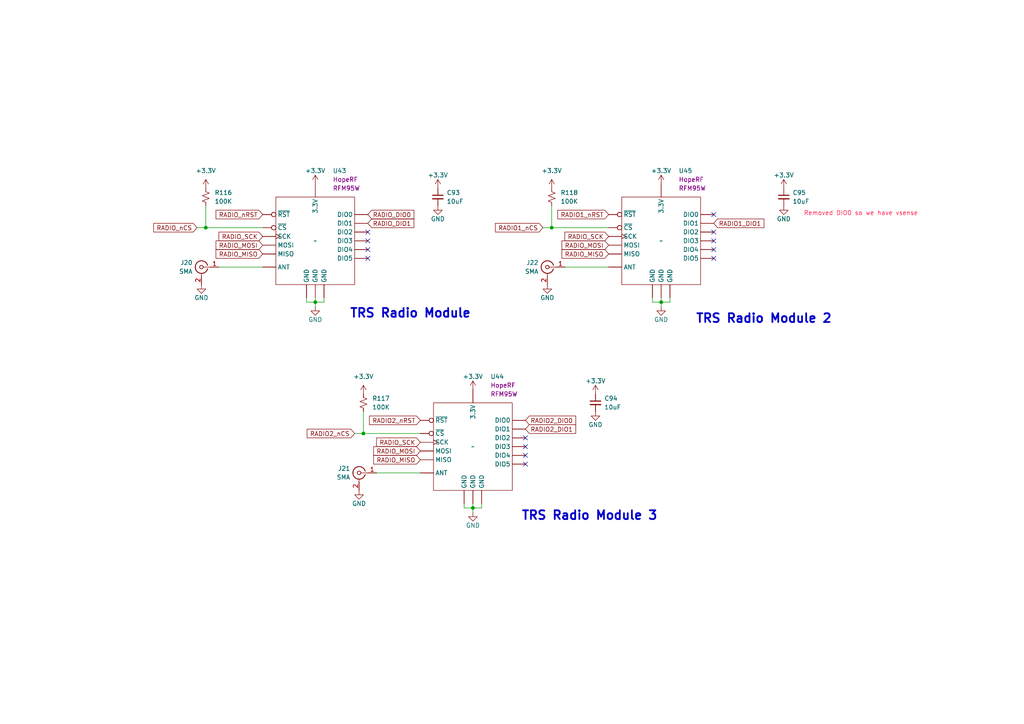
<source format=kicad_sch>
(kicad_sch (version 20231120) (generator "eeschema") (generator_version "8.0")
  (paper "A4")
  (lib_symbols
    (symbol "Connector:Conn_Coaxial" (pin_names (offset 1.016) hide)
      (property "Reference" "J" (at 0.254 3.048 0))
      (property "Value" "Conn_Coaxial" (at 2.921 0 90))
      (symbol "Conn_Coaxial_0_1"
        (arc (start -1.778 -0.508) (mid 0.2311 -1.8066) (end 1.778 0) (stroke (width 0.254)))
        (polyline (pts (xy -2.54 0) (xy -0.508 0)))
        (polyline (pts (xy 0 -2.54) (xy 0 -1.778)))
        (circle (center 0 0) (radius 0.508) (stroke (width 0.2032)))
        (arc (start 1.778 0) (mid 0.2099 1.8101) (end -1.778 0.508) (stroke (width 0.254)))
      )
      (symbol "Conn_Coaxial_1_1"
        (pin passive line (at -5.08 0 0) (length 2.54) (name "In") (number "1"))
        (pin passive line (at 0 -5.08 90) (length 2.54) (name "Ext") (number "2"))
      )
    )
    (symbol "Device:C_Small" (pin_numbers hide) (pin_names (offset 0.254) hide)
      (property "Reference" "C" (at 0.254 1.778 0))
      (property "Value" "C_Small" (at 0.254 -2.032 0))
      (symbol "C_Small_0_1"
        (polyline (pts (xy -1.524 -0.508) (xy 1.524 -0.508)) (stroke (width 0.3302)))
        (polyline (pts (xy -1.524 0.508) (xy 1.524 0.508)) (stroke (width 0.3048)))
      )
      (symbol "C_Small_1_1"
        (pin passive line (at 0 2.54 270) (length 2.032) (name "~") (number "1"))
        (pin passive line (at 0 -2.54 90) (length 2.032) (name "~") (number "2"))
      )
    )
    (symbol "Device:R_Small_US" (pin_numbers hide) (pin_names (offset 0.254) hide)
      (property "Reference" "R" (at 0.762 0.508 0))
      (property "Value" "R_Small_US" (at 0.762 -1.016 0))
      (symbol "R_Small_US_1_1"
        (polyline (pts (xy 0 0) (xy 1.016 -0.381) (xy 0 -0.762) (xy -1.016 -1.143) (xy 0 -1.524)))
        (polyline (pts (xy 0 1.524) (xy 1.016 1.143) (xy 0 0.762) (xy -1.016 0.381) (xy 0 0)))
        (pin passive line (at 0 2.54 270) (length 1.016) (name "~") (number "1"))
        (pin passive line (at 0 -2.54 90) (length 1.016) (name "~") (number "2"))
      )
    )
    (symbol "UCIRP-KiCAD-Lib:RFM95W" (pin_numbers hide)
      (property "Reference" "U2" (at 2.54 20.32 0))
      (property "Value" "~" (at 0 0 0))
      (property "Manufacturer" "HopeRF" (at 2.54 17.78 0))
      (property "Part #" "RFM95W" (at 2.54 15.24 0))
      (symbol "RFM95W_0_1"
        (rectangle (start -11.43 12.7) (end 11.43 -12.7))
      )
      (symbol "RFM95W_1_1"
        (pin power_in line (at -2.54 -16.51 90) (length 3.81) (name "GND") (number "1"))
        (pin power_in line (at 2.54 -16.51 90) (length 3.81) (name "GND") (number "10"))
        (pin bidirectional line (at 15.24 0 180) (length 3.81) (name "DIO3") (number "11"))
        (pin bidirectional line (at 15.24 -2.54 180) (length 3.81) (name "DIO4") (number "12"))
        (pin power_in line (at 0 16.51 270) (length 3.81) (name "3.3V") (number "13"))
        (pin bidirectional line (at 15.24 7.62 180) (length 3.81) (name "DIO0") (number "14"))
        (pin bidirectional line (at 15.24 5.08 180) (length 3.81) (name "DIO1") (number "15"))
        (pin bidirectional line (at 15.24 2.54 180) (length 3.81) (name "DIO2") (number "16"))
        (pin output line (at -15.24 -3.81 0) (length 3.81) (name "MISO") (number "2"))
        (pin input line (at -15.24 -1.27 0) (length 3.81) (name "MOSI") (number "3"))
        (pin input clock (at -15.24 1.27 0) (length 3.81) (name "SCK") (number "4"))
        (pin input inverted (at -15.24 3.81 0) (length 3.81) (name "~{CS}") (number "5"))
        (pin input inverted (at -15.24 7.62 0) (length 3.81) (name "~{RST}") (number "6"))
        (pin bidirectional line (at 15.24 -5.08 180) (length 3.81) (name "DIO5") (number "7"))
        (pin power_in line (at 0 -16.51 90) (length 3.81) (name "GND") (number "8"))
        (pin bidirectional line (at -15.24 -7.62 0) (length 3.81) (name "ANT") (number "9"))
      )
    )
    (symbol "power:+3.3V" (power) (pin_names (offset 0))
      (property "Value" "+3.3V" (at 0 3.556 0))
      (symbol "+3.3V_0_1"
        (polyline (pts (xy -0.762 1.27) (xy 0 2.54)))
        (polyline (pts (xy 0 0) (xy 0 2.54)))
        (polyline (pts (xy 0 2.54) (xy 0.762 1.27)))
      )
      (symbol "+3.3V_1_1"
        (pin power_in line (at 0 0 90) (length 0) hide (name "+3.3V") (number "1"))
      )
    )
    (symbol "power:GND" (power) (pin_names (offset 0))
      (property "Value" "GND" (at 0 -3.81 0))
      (symbol "GND_0_1"
        (polyline (pts (xy 0 0) (xy 0 -1.27) (xy 1.27 -1.27) (xy 0 -2.54) (xy -1.27 -1.27) (xy 0 -1.27)))
      )
      (symbol "GND_1_1"
        (pin power_in line (at 0 0 270) (length 0) hide (name "GND") (number "1"))
      )
    )
  )
  (junction (at 91.44 87.63))
  (junction (at 137.16 147.32))
  (junction (at 191.77 87.63))
  (junction (at 105.41 125.73))
  (junction (at 59.69 66.04))
  (junction (at 160.02 66.04))
  (no_connect (at 106.68 69.85))
  (no_connect (at 106.68 74.93))
  (no_connect (at 152.4 127))
  (no_connect (at 207.01 72.39))
  (no_connect (at 207.01 69.85))
  (no_connect (at 106.68 67.31))
  (no_connect (at 207.01 62.23))
  (no_connect (at 207.01 67.31))
  (no_connect (at 106.68 72.39))
  (no_connect (at 152.4 132.08))
  (no_connect (at 152.4 134.62))
  (no_connect (at 207.01 74.93))
  (no_connect (at 152.4 129.54))
  (wire (pts (xy 57.15 66.04) (xy 59.69 66.04)))
  (wire (pts (xy 102.87 125.73) (xy 105.41 125.73)))
  (wire (pts (xy 91.44 86.36) (xy 91.44 87.63)))
  (wire (pts (xy 88.9 86.36) (xy 88.9 87.63)))
  (wire (pts (xy 191.77 87.63) (xy 191.77 88.9)))
  (wire (pts (xy 194.31 87.63) (xy 194.31 86.36)))
  (wire (pts (xy 137.16 147.32) (xy 137.16 148.59)))
  (wire (pts (xy 191.77 87.63) (xy 194.31 87.63)))
  (wire (pts (xy 176.53 66.04) (xy 160.02 66.04)))
  (wire (pts (xy 191.77 86.36) (xy 191.77 87.63)))
  (wire (pts (xy 137.16 147.32) (xy 139.7 147.32)))
  (wire (pts (xy 59.69 59.69) (xy 59.69 66.04)))
  (wire (pts (xy 105.41 119.38) (xy 105.41 125.73)))
  (wire (pts (xy 163.83 77.47) (xy 176.53 77.47)))
  (wire (pts (xy 134.62 147.32) (xy 137.16 147.32)))
  (wire (pts (xy 157.48 66.04) (xy 160.02 66.04)))
  (wire (pts (xy 139.7 147.32) (xy 139.7 146.05)))
  (wire (pts (xy 105.41 125.73) (xy 121.92 125.73)))
  (wire (pts (xy 160.02 66.04) (xy 160.02 59.69)))
  (wire (pts (xy 91.44 87.63) (xy 91.44 88.9)))
  (wire (pts (xy 137.16 146.05) (xy 137.16 147.32)))
  (wire (pts (xy 91.44 87.63) (xy 93.98 87.63)))
  (wire (pts (xy 134.62 146.05) (xy 134.62 147.32)))
  (wire (pts (xy 189.23 87.63) (xy 191.77 87.63)))
  (wire (pts (xy 109.22 137.16) (xy 121.92 137.16)))
  (wire (pts (xy 88.9 87.63) (xy 91.44 87.63)))
  (wire (pts (xy 189.23 86.36) (xy 189.23 87.63)))
  (wire (pts (xy 93.98 87.63) (xy 93.98 86.36)))
  (wire (pts (xy 59.69 66.04) (xy 76.2 66.04)))
  (wire (pts (xy 63.5 77.47) (xy 76.2 77.47)))
  (text "TRS Radio Module 2" (at 201.676 93.98 0) (effects (font (size 2.54 2.54) (bold yes)) (justify left bottom)))
  (text "Removed DIO0 so we have vsense" (at 249.682 61.976 0) (effects (font (size 1.27 1.27))))
  (text "TRS Radio Module 3\n" (at 151.13 151.13 0) (effects (font (size 2.54 2.54) (bold yes)) (justify left bottom)))
  (text "TRS Radio Module" (at 101.346 92.456 0) (effects (font (size 2.54 2.54) (bold yes)) (justify left bottom)))
  (global_label "RADIO_MISO" (shape input) (at 76.2 73.66 180) (property "Intersheetrefs" "${INTERSHEET_REFS}" (effects (hide yes))))
  (global_label "RADIO_MOSI" (shape input) (at 76.2 71.12 180) (property "Intersheetrefs" "${INTERSHEET_REFS}" (effects (hide yes))))
  (global_label "RADIO_MOSI" (shape input) (at 121.92 130.81 180) (property "Intersheetrefs" "${INTERSHEET_REFS}" (effects (hide yes))))
  (global_label "RADIO_DIO0" (shape input) (at 106.68 62.23 0) (property "Intersheetrefs" "${INTERSHEET_REFS}" (effects (hide yes))))
  (global_label "RADIO2_nCS" (shape input) (at 102.87 125.73 180) (property "Intersheetrefs" "${INTERSHEET_REFS}" (effects (hide yes))))
  (global_label "RADIO_MISO" (shape input) (at 176.53 73.66 180) (property "Intersheetrefs" "${INTERSHEET_REFS}" (effects (hide yes))))
  (global_label "RADIO_nRST" (shape input) (at 76.2 62.23 180) (property "Intersheetrefs" "${INTERSHEET_REFS}" (effects (hide yes))))
  (global_label "RADIO_SCK" (shape input) (at 121.92 128.27 180) (property "Intersheetrefs" "${INTERSHEET_REFS}" (effects (hide yes))))
  (global_label "RADIO2_nRST" (shape input) (at 121.92 121.92 180) (property "Intersheetrefs" "${INTERSHEET_REFS}" (effects (hide yes))))
  (global_label "RADIO2_DIO0" (shape input) (at 152.4 121.92 0) (property "Intersheetrefs" "${INTERSHEET_REFS}" (effects (hide yes))))
  (global_label "RADIO_SCK" (shape input) (at 76.2 68.58 180) (property "Intersheetrefs" "${INTERSHEET_REFS}" (effects (hide yes))))
  (global_label "RADIO_MOSI" (shape input) (at 176.53 71.12 180) (property "Intersheetrefs" "${INTERSHEET_REFS}" (effects (hide yes))))
  (global_label "RADIO_MISO" (shape input) (at 121.92 133.35 180) (property "Intersheetrefs" "${INTERSHEET_REFS}" (effects (hide yes))))
  (global_label "RADIO_DIO1" (shape input) (at 106.68 64.77 0) (property "Intersheetrefs" "${INTERSHEET_REFS}" (effects (hide yes))))
  (global_label "RADIO_SCK" (shape input) (at 176.53 68.58 180) (property "Intersheetrefs" "${INTERSHEET_REFS}" (effects (hide yes))))
  (global_label "RADIO1_nRST" (shape input) (at 176.53 62.23 180) (property "Intersheetrefs" "${INTERSHEET_REFS}" (effects (hide yes))))
  (global_label "RADIO_nCS" (shape input) (at 57.15 66.04 180) (property "Intersheetrefs" "${INTERSHEET_REFS}" (effects (hide yes))))
  (global_label "RADIO2_DIO1" (shape input) (at 152.4 124.46 0) (property "Intersheetrefs" "${INTERSHEET_REFS}" (effects (hide yes))))
  (global_label "RADIO1_DIO1" (shape input) (at 207.01 64.77 0) (property "Intersheetrefs" "${INTERSHEET_REFS}" (effects (hide yes))))
  (global_label "RADIO1_nCS" (shape input) (at 157.48 66.04 180) (property "Intersheetrefs" "${INTERSHEET_REFS}" (effects (hide yes))))
  (symbol (lib_id "Connector:Conn_Coaxial") (at 158.75 77.47 0) (mirror y) (unit 1)
    (property "Reference" "J22" (at 156.21 76.2 0) (effects (justify left)))
    (property "Value" "SMA" (at 156.21 78.74 0) (effects (justify left)))
    (property "Footprint" "Connector_Coaxial:SMA_Molex_73251-2200_Horizontal" (effects (hide yes)))
    (property "Datasheet" "https://www.molex.com/en-us/products/part-detail/732512200?display=pdf" (effects (hide yes)))
    (property "Manufacturer" "Molex" (effects (hide yes)))
    (property "Part #" "0732512200" (effects (hide yes)))
  )
  (symbol (lib_id "UCIRP-KiCAD-Lib:RFM95W") (at 137.16 129.54 0) (unit 1)
    (property "Reference" "U44" (at 142.24 109.22 0) (effects (justify left)))
    (property "Value" "~" (at 137.16 129.54 0))
    (property "Footprint" "0UCIRP-KiCAD-Lib:RFM95W" (effects (hide yes)))
    (property "Datasheet" "https://cdn.sparkfun.com/assets/learn_tutorials/8/0/4/RFM95_96_97_98W.pdf" (effects (hide yes)))
    (property "Manufacturer" "HopeRF" (at 142.24 111.76 0) (effects (justify left)))
    (property "Part #" "RFM95W" (at 142.24 114.3 0) (effects (justify left)))
  )
  (symbol (lib_id "power:GND") (at 172.72 119.38 0) (unit 1)
    (property "Reference" "#PWR0301" (effects (hide yes)))
    (property "Value" "GND" (at 172.72 123.19 0))
  )
  (symbol (lib_id "power:+3.3V") (at 191.77 53.34 0) (unit 1)
    (property "Reference" "#PWR0302" (effects (hide yes)))
    (property "Value" "+3.3V" (at 191.77 49.53 0))
  )
  (symbol (lib_id "power:GND") (at 158.75 82.55 0) (unit 1)
    (property "Reference" "#PWR0298" (effects (hide yes)))
    (property "Value" "GND" (at 158.75 86.36 0))
  )
  (symbol (lib_id "power:GND") (at 227.33 59.69 0) (unit 1)
    (property "Reference" "#PWR0305" (effects (hide yes)))
    (property "Value" "GND" (at 227.33 63.5 0))
  )
  (symbol (lib_id "power:GND") (at 104.14 142.24 0) (unit 1)
    (property "Reference" "#PWR0292" (effects (hide yes)))
    (property "Value" "GND" (at 104.14 146.05 0))
  )
  (symbol (lib_id "power:+3.3V") (at 59.69 54.61 0) (unit 1)
    (property "Reference" "#PWR0289" (effects (hide yes)))
    (property "Value" "+3.3V" (at 59.69 49.53 0))
    (property "Description" "Power symbol creates a global label with name \"+3.3V\"" (effects (hide yes)))
  )
  (symbol (lib_id "power:+3.3V") (at 91.44 53.34 0) (unit 1)
    (property "Reference" "#PWR0290" (effects (hide yes)))
    (property "Value" "+3.3V" (at 91.44 49.53 0))
  )
  (symbol (lib_id "UCIRP-KiCAD-Lib:RFM95W") (at 91.44 69.85 0) (unit 1)
    (property "Reference" "U43" (at 96.52 49.53 0) (effects (justify left)))
    (property "Value" "~" (at 91.44 69.85 0))
    (property "Footprint" "0UCIRP-KiCAD-Lib:RFM95W" (effects (hide yes)))
    (property "Datasheet" "https://cdn.sparkfun.com/assets/learn_tutorials/8/0/4/RFM95_96_97_98W.pdf" (effects (hide yes)))
    (property "Manufacturer" "HopeRF" (at 96.52 52.07 0) (effects (justify left)))
    (property "Part #" "RFM95W" (at 96.52 54.61 0) (effects (justify left)))
  )
  (symbol (lib_id "Connector:Conn_Coaxial") (at 104.14 137.16 0) (mirror y) (unit 1)
    (property "Reference" "J21" (at 101.6 135.89 0) (effects (justify left)))
    (property "Value" "SMA" (at 101.6 138.43 0) (effects (justify left)))
    (property "Footprint" "Connector_Coaxial:SMA_Molex_73251-2200_Horizontal" (effects (hide yes)))
    (property "Datasheet" "https://www.molex.com/en-us/products/part-detail/732512200?display=pdf" (effects (hide yes)))
    (property "Manufacturer" "Molex" (effects (hide yes)))
    (property "Part #" "0732512200" (effects (hide yes)))
  )
  (symbol (lib_id "Device:R_Small_US") (at 59.69 57.15 0) (unit 1)
    (property "Reference" "R116" (at 62.23 55.88 0) (effects (justify left)))
    (property "Value" "100K" (at 62.23 58.42 0) (effects (justify left)))
    (property "Footprint" "Resistor_SMD:R_0402_1005Metric" (effects (hide yes)))
    (property "Manufacturer" "Generic" (effects (hide yes)))
    (property "Part #" "Generic RES SMD 100K OHM 1% 1/16W 0402" (effects (hide yes)))
  )
  (symbol (lib_id "power:+3.3V") (at 160.02 54.61 0) (unit 1)
    (property "Reference" "#PWR0299" (effects (hide yes)))
    (property "Value" "+3.3V" (at 160.02 49.53 0))
    (property "Description" "Power symbol creates a global label with name \"+3.3V\"" (effects (hide yes)))
  )
  (symbol (lib_id "power:+3.3V") (at 127 54.61 0) (unit 1)
    (property "Reference" "#PWR0294" (effects (hide yes)))
    (property "Value" "+3.3V" (at 127 50.8 0))
  )
  (symbol (lib_id "Device:C_Small") (at 127 57.15 0) (unit 1)
    (property "Reference" "C93" (at 129.54 55.88 0) (effects (justify left)))
    (property "Value" "10uF" (at 129.54 58.4263 0) (effects (justify left)))
    (property "Footprint" "Capacitor_SMD:C_0603_1608Metric" (effects (hide yes)))
    (property "Manufacturer" "Generic" (effects (hide yes)))
    (property "Part #" "Generic CAP CER 10UF 50V X7R 0603" (effects (hide yes)))
  )
  (symbol (lib_id "power:GND") (at 191.77 88.9 0) (unit 1)
    (property "Reference" "#PWR0303" (effects (hide yes)))
    (property "Value" "GND" (at 191.77 92.71 0))
  )
  (symbol (lib_id "power:GND") (at 127 59.69 0) (unit 1)
    (property "Reference" "#PWR0295" (effects (hide yes)))
    (property "Value" "GND" (at 127 63.5 0))
  )
  (symbol (lib_id "Device:C_Small") (at 172.72 116.84 0) (unit 1)
    (property "Reference" "C94" (at 175.26 115.57 0) (effects (justify left)))
    (property "Value" "10uF" (at 175.26 118.1163 0) (effects (justify left)))
    (property "Footprint" "Capacitor_SMD:C_0603_1608Metric" (effects (hide yes)))
    (property "Manufacturer" "Generic" (effects (hide yes)))
    (property "Part #" "Generic CAP CER 10UF 50V X7R 0603" (effects (hide yes)))
  )
  (symbol (lib_id "power:+3.3V") (at 172.72 114.3 0) (unit 1)
    (property "Reference" "#PWR0300" (effects (hide yes)))
    (property "Value" "+3.3V" (at 172.72 110.49 0))
  )
  (symbol (lib_id "Connector:Conn_Coaxial") (at 58.42 77.47 0) (mirror y) (unit 1)
    (property "Reference" "J20" (at 55.88 76.2 0) (effects (justify left)))
    (property "Value" "SMA" (at 55.88 78.74 0) (effects (justify left)))
    (property "Footprint" "Connector_Coaxial:SMA_Molex_73251-2200_Horizontal" (effects (hide yes)))
    (property "Datasheet" "https://www.molex.com/en-us/products/part-detail/732512200?display=pdf" (effects (hide yes)))
    (property "Manufacturer" "Molex" (effects (hide yes)))
    (property "Part #" "0732512200" (effects (hide yes)))
  )
  (symbol (lib_id "power:+3.3V") (at 105.41 114.3 0) (unit 1)
    (property "Reference" "#PWR0293" (effects (hide yes)))
    (property "Value" "+3.3V" (at 105.41 109.22 0))
    (property "Description" "Power symbol creates a global label with name \"+3.3V\"" (effects (hide yes)))
  )
  (symbol (lib_id "Device:R_Small_US") (at 160.02 57.15 0) (unit 1)
    (property "Reference" "R118" (at 162.56 55.88 0) (effects (justify left)))
    (property "Value" "100K" (at 162.56 58.42 0) (effects (justify left)))
    (property "Footprint" "Resistor_SMD:R_0402_1005Metric" (effects (hide yes)))
    (property "Manufacturer" "Generic" (effects (hide yes)))
    (property "Part #" "Generic RES SMD 100K OHM 1% 1/16W 0402" (effects (hide yes)))
  )
  (symbol (lib_id "power:GND") (at 137.16 148.59 0) (unit 1)
    (property "Reference" "#PWR0297" (effects (hide yes)))
    (property "Value" "GND" (at 137.16 152.4 0))
  )
  (symbol (lib_id "UCIRP-KiCAD-Lib:RFM95W") (at 191.77 69.85 0) (unit 1)
    (property "Reference" "U45" (at 196.85 49.53 0) (effects (justify left)))
    (property "Value" "~" (at 191.77 69.85 0))
    (property "Footprint" "0UCIRP-KiCAD-Lib:RFM95W" (effects (hide yes)))
    (property "Datasheet" "https://cdn.sparkfun.com/assets/learn_tutorials/8/0/4/RFM95_96_97_98W.pdf" (effects (hide yes)))
    (property "Manufacturer" "HopeRF" (at 196.85 52.07 0) (effects (justify left)))
    (property "Part #" "RFM95W" (at 196.85 54.61 0) (effects (justify left)))
  )
  (symbol (lib_id "power:GND") (at 91.44 88.9 0) (unit 1)
    (property "Reference" "#PWR0291" (effects (hide yes)))
    (property "Value" "GND" (at 91.44 92.71 0))
  )
  (symbol (lib_id "Device:R_Small_US") (at 105.41 116.84 0) (unit 1)
    (property "Reference" "R117" (at 107.95 115.57 0) (effects (justify left)))
    (property "Value" "100K" (at 107.95 118.11 0) (effects (justify left)))
    (property "Footprint" "Resistor_SMD:R_0402_1005Metric" (effects (hide yes)))
    (property "Manufacturer" "Generic" (effects (hide yes)))
    (property "Part #" "Generic RES SMD 100K OHM 1% 1/16W 0402" (effects (hide yes)))
  )
  (symbol (lib_id "power:+3.3V") (at 137.16 113.03 0) (unit 1)
    (property "Reference" "#PWR0296" (effects (hide yes)))
    (property "Value" "+3.3V" (at 137.16 109.22 0))
  )
  (symbol (lib_id "power:GND") (at 58.42 82.55 0) (unit 1)
    (property "Reference" "#PWR0288" (effects (hide yes)))
    (property "Value" "GND" (at 58.42 86.36 0))
  )
  (symbol (lib_id "Device:C_Small") (at 227.33 57.15 0) (unit 1)
    (property "Reference" "C95" (at 229.87 55.88 0) (effects (justify left)))
    (property "Value" "10uF" (at 229.87 58.4263 0) (effects (justify left)))
    (property "Footprint" "Capacitor_SMD:C_0603_1608Metric" (effects (hide yes)))
    (property "Manufacturer" "Generic" (effects (hide yes)))
    (property "Part #" "Generic CAP CER 10UF 50V X7R 0603" (effects (hide yes)))
  )
  (symbol (lib_id "power:+3.3V") (at 227.33 54.61 0) (unit 1)
    (property "Reference" "#PWR0304" (effects (hide yes)))
    (property "Value" "+3.3V" (at 227.33 50.8 0))
  )
)
</source>
